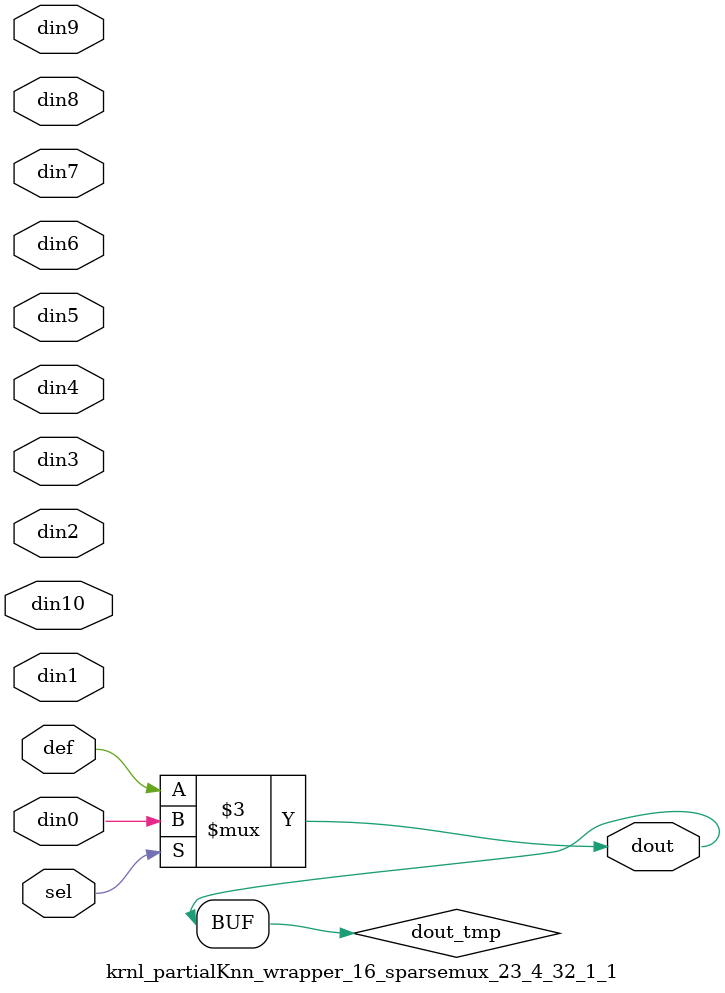
<source format=v>
`timescale 1 ns / 1 ps
module krnl_partialKnn_wrapper_16_sparsemux_23_4_32_1_1 (din0,din1,din2,din3,din4,din5,din6,din7,din8,din9,din10,def,sel,dout);
parameter din0_WIDTH = 1;
parameter din1_WIDTH = 1;
parameter din2_WIDTH = 1;
parameter din3_WIDTH = 1;
parameter din4_WIDTH = 1;
parameter din5_WIDTH = 1;
parameter din6_WIDTH = 1;
parameter din7_WIDTH = 1;
parameter din8_WIDTH = 1;
parameter din9_WIDTH = 1;
parameter din10_WIDTH = 1;
parameter def_WIDTH = 1;
parameter sel_WIDTH = 1;
parameter dout_WIDTH = 1;
parameter [sel_WIDTH-1:0] CASE0 = 1;
parameter [sel_WIDTH-1:0] CASE1 = 1;
parameter [sel_WIDTH-1:0] CASE2 = 1;
parameter [sel_WIDTH-1:0] CASE3 = 1;
parameter [sel_WIDTH-1:0] CASE4 = 1;
parameter [sel_WIDTH-1:0] CASE5 = 1;
parameter [sel_WIDTH-1:0] CASE6 = 1;
parameter [sel_WIDTH-1:0] CASE7 = 1;
parameter [sel_WIDTH-1:0] CASE8 = 1;
parameter [sel_WIDTH-1:0] CASE9 = 1;
parameter [sel_WIDTH-1:0] CASE10 = 1;
parameter ID = 1;
parameter NUM_STAGE = 1;
input [din0_WIDTH-1:0] din0;
input [din1_WIDTH-1:0] din1;
input [din2_WIDTH-1:0] din2;
input [din3_WIDTH-1:0] din3;
input [din4_WIDTH-1:0] din4;
input [din5_WIDTH-1:0] din5;
input [din6_WIDTH-1:0] din6;
input [din7_WIDTH-1:0] din7;
input [din8_WIDTH-1:0] din8;
input [din9_WIDTH-1:0] din9;
input [din10_WIDTH-1:0] din10;
input [def_WIDTH-1:0] def;
input [sel_WIDTH-1:0] sel;
output [dout_WIDTH-1:0] dout;
reg [dout_WIDTH-1:0] dout_tmp;
always @ (*) begin
case (sel)
    
    CASE0 : dout_tmp = din0;
    
    CASE1 : dout_tmp = din1;
    
    CASE2 : dout_tmp = din2;
    
    CASE3 : dout_tmp = din3;
    
    CASE4 : dout_tmp = din4;
    
    CASE5 : dout_tmp = din5;
    
    CASE6 : dout_tmp = din6;
    
    CASE7 : dout_tmp = din7;
    
    CASE8 : dout_tmp = din8;
    
    CASE9 : dout_tmp = din9;
    
    CASE10 : dout_tmp = din10;
    
    default : dout_tmp = def;
endcase
end
assign dout = dout_tmp;
endmodule
</source>
